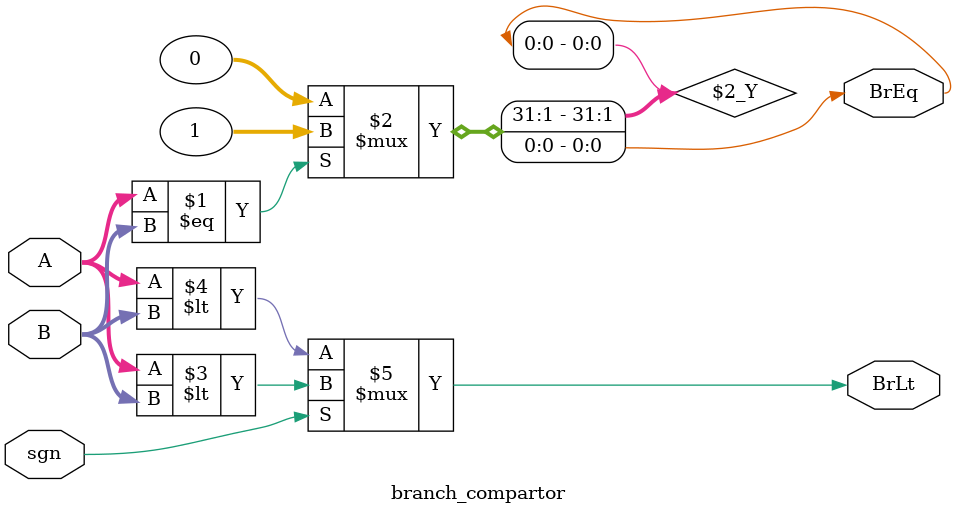
<source format=v>
module branch_compartor(A,B,sgn,BrEq,BrLt);
input sgn;
input[31:0] A,B;
output BrEq,BrLt;

assign BrEq = A==B?1:0;
assign BrLt= sgn? (A<B) : ($signed(A)<$signed(B));

			  

endmodule
</source>
